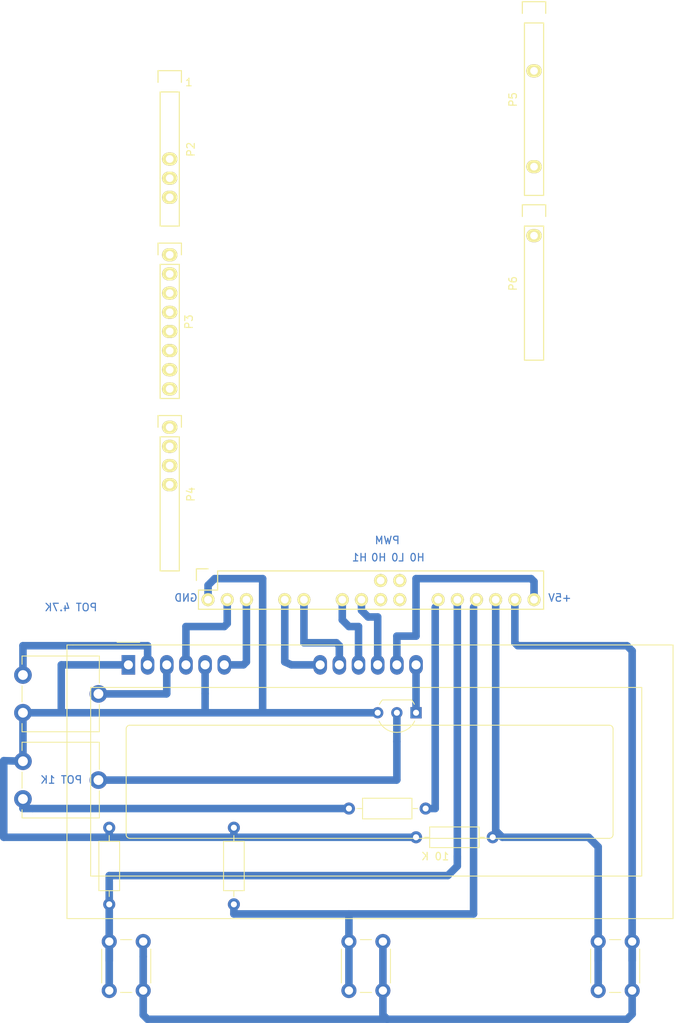
<source format=kicad_pcb>
(kicad_pcb (version 20171130) (host pcbnew 5.0.2-bee76a0~70~ubuntu18.10.1)

  (general
    (thickness 1.6)
    (drawings 10)
    (tracks 99)
    (zones 0)
    (modules 17)
    (nets 1)
  )

  (page A4 portrait)
  (layers
    (0 F.Cu signal)
    (31 B.Cu signal)
    (32 B.Adhes user)
    (33 F.Adhes user)
    (34 B.Paste user)
    (35 F.Paste user)
    (36 B.SilkS user)
    (37 F.SilkS user)
    (38 B.Mask user)
    (39 F.Mask user)
    (40 Dwgs.User user)
    (41 Cmts.User user)
    (42 Eco1.User user)
    (43 Eco2.User user)
    (44 Edge.Cuts user)
    (45 Margin user)
    (46 B.CrtYd user)
    (47 F.CrtYd user)
    (48 B.Fab user)
    (49 F.Fab user hide)
  )

  (setup
    (last_trace_width 1)
    (trace_clearance 0.2)
    (zone_clearance 0.508)
    (zone_45_only no)
    (trace_min 0.2)
    (segment_width 0.2)
    (edge_width 0.15)
    (via_size 0.8)
    (via_drill 0.4)
    (via_min_size 0.4)
    (via_min_drill 0.3)
    (uvia_size 0.3)
    (uvia_drill 0.1)
    (uvias_allowed no)
    (uvia_min_size 0.2)
    (uvia_min_drill 0.1)
    (pcb_text_width 0.3)
    (pcb_text_size 1.5 1.5)
    (mod_edge_width 0.15)
    (mod_text_size 1 1)
    (mod_text_width 0.15)
    (pad_size 1.524 1.524)
    (pad_drill 0.762)
    (pad_to_mask_clearance 0.051)
    (solder_mask_min_width 0.25)
    (aux_axis_origin 0 0)
    (visible_elements FFFFFF7F)
    (pcbplotparams
      (layerselection 0x010fc_ffffffff)
      (usegerberextensions false)
      (usegerberattributes false)
      (usegerberadvancedattributes false)
      (creategerberjobfile false)
      (excludeedgelayer true)
      (linewidth 0.100000)
      (plotframeref false)
      (viasonmask false)
      (mode 1)
      (useauxorigin false)
      (hpglpennumber 1)
      (hpglpenspeed 20)
      (hpglpendiameter 15.000000)
      (psnegative false)
      (psa4output false)
      (plotreference true)
      (plotvalue true)
      (plotinvisibletext false)
      (padsonsilk false)
      (subtractmaskfromsilk false)
      (outputformat 1)
      (mirror false)
      (drillshape 0)
      (scaleselection 1)
      (outputdirectory "./"))
  )

  (net 0 "")

  (net_class Default "This is the default net class."
    (clearance 0.2)
    (trace_width 1)
    (via_dia 0.8)
    (via_drill 0.4)
    (uvia_dia 0.3)
    (uvia_drill 0.1)
  )

  (module Resistor_THT:R_Axial_DIN0207_L6.3mm_D2.5mm_P10.16mm_Horizontal (layer F.Cu) (tedit 5AE5139B) (tstamp 5C4F3D87)
    (at 100.33 177.8)
    (descr "Resistor, Axial_DIN0207 series, Axial, Horizontal, pin pitch=10.16mm, 0.25W = 1/4W, length*diameter=6.3*2.5mm^2, http://cdn-reichelt.de/documents/datenblatt/B400/1_4W%23YAG.pdf")
    (tags "Resistor Axial_DIN0207 series Axial Horizontal pin pitch 10.16mm 0.25W = 1/4W length 6.3mm diameter 2.5mm")
    (fp_text reference "10 K" (at 2.54 2.54 -180) (layer F.SilkS)
      (effects (font (size 1 1) (thickness 0.15)) (justify mirror))
    )
    (fp_text value R_Axial_DIN0207_L6.3mm_D2.5mm_P10.16mm_Horizontal (at 5.08 2.37) (layer F.Fab)
      (effects (font (size 1 1) (thickness 0.15)))
    )
    (fp_text user %R (at 5.08 0) (layer F.Fab)
      (effects (font (size 1 1) (thickness 0.15)))
    )
    (fp_line (start 11.21 -1.5) (end -1.05 -1.5) (layer F.CrtYd) (width 0.05))
    (fp_line (start 11.21 1.5) (end 11.21 -1.5) (layer F.CrtYd) (width 0.05))
    (fp_line (start -1.05 1.5) (end 11.21 1.5) (layer F.CrtYd) (width 0.05))
    (fp_line (start -1.05 -1.5) (end -1.05 1.5) (layer F.CrtYd) (width 0.05))
    (fp_line (start 9.12 0) (end 8.35 0) (layer F.SilkS) (width 0.12))
    (fp_line (start 1.04 0) (end 1.81 0) (layer F.SilkS) (width 0.12))
    (fp_line (start 8.35 -1.37) (end 1.81 -1.37) (layer F.SilkS) (width 0.12))
    (fp_line (start 8.35 1.37) (end 8.35 -1.37) (layer F.SilkS) (width 0.12))
    (fp_line (start 1.81 1.37) (end 8.35 1.37) (layer F.SilkS) (width 0.12))
    (fp_line (start 1.81 -1.37) (end 1.81 1.37) (layer F.SilkS) (width 0.12))
    (fp_line (start 10.16 0) (end 8.23 0) (layer F.Fab) (width 0.1))
    (fp_line (start 0 0) (end 1.93 0) (layer F.Fab) (width 0.1))
    (fp_line (start 8.23 -1.25) (end 1.93 -1.25) (layer F.Fab) (width 0.1))
    (fp_line (start 8.23 1.25) (end 8.23 -1.25) (layer F.Fab) (width 0.1))
    (fp_line (start 1.93 1.25) (end 8.23 1.25) (layer F.Fab) (width 0.1))
    (fp_line (start 1.93 -1.25) (end 1.93 1.25) (layer F.Fab) (width 0.1))
    (pad 2 thru_hole oval (at 10.16 0) (size 1.6 1.6) (drill 0.8) (layers *.Cu *.Mask))
    (pad 1 thru_hole circle (at 0 0) (size 1.6 1.6) (drill 0.8) (layers *.Cu *.Mask))
    (model ${KISYS3DMOD}/Resistor_THT.3dshapes/R_Axial_DIN0207_L6.3mm_D2.5mm_P10.16mm_Horizontal.wrl
      (at (xyz 0 0 0))
      (scale (xyz 1 1 1))
      (rotate (xyz 0 0 0))
    )
  )

  (module Socket_Arduino_Mega:Socket_Strip_Arduino_2x18 locked (layer F.Cu) (tedit 5C4FA9FD) (tstamp 5C3212E1)
    (at 72.780917 143.758441)
    (descr "Through hole socket strip")
    (tags "socket strip")
    (path /56D743B5)
    (fp_text reference "ARDUINO DIGITAL I/O" (at 9.769083 -2.788441) (layer B.Adhes)
      (effects (font (size 1 1) (thickness 0.15)) (justify mirror))
    )
    (fp_text value Digital (at 21.59 -4.572) (layer F.Fab)
      (effects (font (size 1 1) (thickness 0.15)))
    )
    (fp_line (start -1.55 -1.55) (end -1.55 0) (layer F.SilkS) (width 0.15))
    (fp_line (start 1.27 1.27) (end 1.27 -1.27) (layer F.SilkS) (width 0.15))
    (fp_line (start -1.27 1.27) (end 1.27 1.27) (layer F.SilkS) (width 0.15))
    (fp_line (start 0 -1.55) (end -1.55 -1.55) (layer F.SilkS) (width 0.15))
    (fp_line (start -1.27 3.81) (end -1.27 1.27) (layer F.SilkS) (width 0.15))
    (fp_line (start 44.45 3.81) (end 44.45 -1.27) (layer F.SilkS) (width 0.15))
    (fp_line (start 44.45 -1.27) (end 1.27 -1.27) (layer F.SilkS) (width 0.15))
    (fp_line (start -1.27 3.81) (end 44.45 3.81) (layer F.SilkS) (width 0.15))
    (fp_line (start -1.75 4.3) (end 44.95 4.3) (layer F.CrtYd) (width 0.05))
    (fp_line (start -1.75 -1.75) (end 44.95 -1.75) (layer F.CrtYd) (width 0.05))
    (fp_line (start 44.95 -1.75) (end 44.95 4.3) (layer F.CrtYd) (width 0.05))
    (fp_line (start -1.75 -1.75) (end -1.75 4.3) (layer F.CrtYd) (width 0.05))
    (pad 29 thru_hole oval (at 33.02 2.54) (size 1.7272 1.7272) (drill 1.016) (layers *.Cu *.Mask F.SilkS))
    (pad 31 thru_hole oval (at 30.48 2.54) (size 1.7272 1.7272) (drill 1.016) (layers *.Cu *.Mask F.SilkS))
    (pad GND thru_hole oval (at 0 2.54) (size 1.7272 1.7272) (drill 1.016) (layers *.Cu *.Mask F.SilkS))
    (pad 27 thru_hole oval (at 35.56 2.54) (size 1.7272 1.7272) (drill 1.016) (layers *.Cu *.Mask F.SilkS))
    (pad 25 thru_hole oval (at 38.1 2.54) (size 1.7272 1.7272) (drill 1.016) (layers *.Cu *.Mask F.SilkS))
    (pad +5 thru_hole oval (at 43.18 2.54) (size 1.7272 1.7272) (drill 1.016) (layers *.Cu *.Mask F.SilkS))
    (pad 23 thru_hole oval (at 40.64 2.54) (size 1.7272 1.7272) (drill 1.016) (layers *.Cu *.Mask F.SilkS))
    (pad 34 thru_hole oval (at 25.4 0) (size 1.7272 1.7272) (drill 1.016) (layers *.Cu *.Mask F.SilkS))
    (pad 36 thru_hole oval (at 22.86 0) (size 1.7272 1.7272) (drill 1.016) (layers *.Cu *.Mask F.SilkS))
    (pad 37 thru_hole oval (at 22.86 2.54) (size 1.7272 1.7272) (drill 1.016) (layers *.Cu *.Mask F.SilkS))
    (pad 35 thru_hole oval (at 25.4 2.54) (size 1.7272 1.7272) (drill 1.016) (layers *.Cu *.Mask F.SilkS))
    (pad 41 thru_hole oval (at 17.78 2.54) (size 1.7272 1.7272) (drill 1.016) (layers *.Cu *.Mask F.SilkS))
    (pad 45 thru_hole oval (at 12.7 2.54) (size 1.7272 1.7272) (drill 1.016) (layers *.Cu *.Mask F.SilkS))
    (pad 47 thru_hole oval (at 10.16 2.54) (size 1.7272 1.7272) (drill 1.016) (layers *.Cu *.Mask F.SilkS))
    (pad 51 thru_hole oval (at 5.08 2.54) (size 1.7272 1.7272) (drill 1.016) (layers *.Cu *.Mask F.SilkS))
    (pad 53 thru_hole oval (at 2.54 2.54) (size 1.7272 1.7272) (drill 1.016) (layers *.Cu *.Mask F.SilkS))
    (pad 39 thru_hole oval (at 20.32 2.54) (size 1.7272 1.7272) (drill 1.016) (layers *.Cu *.Mask F.SilkS))
  )

  (module Display:WC1602A (layer F.Cu) (tedit 5C4FA68F) (tstamp 5C3186EE)
    (at 62.23 154.94)
    (descr "LCD 16x2 http://www.wincomlcd.com/pdf/WC1602A-SFYLYHTC06.pdf")
    (tags "LCD 16x2 Alphanumeric 16pin")
    (fp_text reference LCD (at 8.753083 -4.820441) (layer B.Adhes)
      (effects (font (size 1 1) (thickness 0.15)) (justify mirror))
    )
    (fp_text value WC1602A (at -4.31 34.66) (layer F.Fab)
      (effects (font (size 1 1) (thickness 0.15)))
    )
    (fp_line (start -8 33.5) (end -8 -2.5) (layer F.Fab) (width 0.1))
    (fp_line (start 72 33.5) (end -8 33.5) (layer F.Fab) (width 0.1))
    (fp_line (start 72 -2.5) (end 72 33.5) (layer F.Fab) (width 0.1))
    (fp_line (start 1 -2.5) (end 72 -2.5) (layer F.Fab) (width 0.1))
    (fp_line (start -5 28) (end -5 3) (layer F.SilkS) (width 0.12))
    (fp_line (start 68 28) (end -5 28) (layer F.SilkS) (width 0.12))
    (fp_line (start 68 3) (end 68 28) (layer F.SilkS) (width 0.12))
    (fp_line (start -5 3) (end 68 3) (layer F.SilkS) (width 0.12))
    (fp_arc (start 0.20066 8.49884) (end -0.29972 8.49884) (angle 90) (layer F.SilkS) (width 0.12))
    (fp_arc (start 0.20066 22.49932) (end 0.20066 22.9997) (angle 90) (layer F.SilkS) (width 0.12))
    (fp_arc (start 63.70066 22.49932) (end 64.20104 22.49932) (angle 90) (layer F.SilkS) (width 0.12))
    (fp_arc (start 63.7 8.5) (end 63.7 8) (angle 90) (layer F.SilkS) (width 0.12))
    (fp_line (start 64.2 8.5) (end 64.2 22.5) (layer F.SilkS) (width 0.12))
    (fp_line (start 63.70066 23) (end 0.2 23) (layer F.SilkS) (width 0.12))
    (fp_line (start -0.29972 22.49932) (end -0.29972 8.5) (layer F.SilkS) (width 0.12))
    (fp_line (start 0.2 8) (end 63.7 8) (layer F.SilkS) (width 0.12))
    (fp_text user %R (at 30.37 14.74) (layer F.Fab)
      (effects (font (size 1 1) (thickness 0.1)))
    )
    (fp_line (start -1 -2.5) (end -8 -2.5) (layer F.Fab) (width 0.1))
    (fp_line (start 0 -1.5) (end -1 -2.5) (layer F.Fab) (width 0.1))
    (fp_line (start 1 -2.5) (end 0 -1.5) (layer F.Fab) (width 0.1))
    (fp_line (start -8.25 -2.75) (end 72.25 -2.75) (layer F.CrtYd) (width 0.05))
    (fp_line (start -1.5 -3) (end 1.5 -3) (layer F.SilkS) (width 0.12))
    (fp_line (start 72.25 -2.75) (end 72.25 33.75) (layer F.CrtYd) (width 0.05))
    (fp_line (start -8.25 33.75) (end 72.25 33.75) (layer F.CrtYd) (width 0.05))
    (fp_line (start -8.25 -2.75) (end -8.25 33.75) (layer F.CrtYd) (width 0.05))
    (fp_line (start -8.13 -2.64) (end -7.34 -2.64) (layer F.SilkS) (width 0.12))
    (fp_line (start -8.14 -2.64) (end -8.14 33.64) (layer F.SilkS) (width 0.12))
    (fp_line (start 72.14 -2.64) (end -7.34 -2.64) (layer F.SilkS) (width 0.12))
    (fp_line (start 72.14 33.64) (end 72.14 -2.64) (layer F.SilkS) (width 0.12))
    (fp_line (start -8.14 33.64) (end 72.14 33.64) (layer F.SilkS) (width 0.12))
    (pad 16 thru_hole oval (at 38.1 0) (size 1.8 2.6) (drill 1.2) (layers *.Cu *.Mask))
    (pad 15 thru_hole oval (at 35.56 0) (size 1.8 2.6) (drill 1.2) (layers *.Cu *.Mask))
    (pad 14 thru_hole oval (at 33.02 0) (size 1.8 2.6) (drill 1.2) (layers *.Cu *.Mask))
    (pad 13 thru_hole oval (at 30.48 0) (size 1.8 2.6) (drill 1.2) (layers *.Cu *.Mask))
    (pad 12 thru_hole oval (at 27.94 0) (size 1.8 2.6) (drill 1.2) (layers *.Cu *.Mask))
    (pad 11 thru_hole oval (at 25.4 0) (size 1.8 2.6) (drill 1.2) (layers *.Cu *.Mask))
    (pad 6 thru_hole oval (at 12.7 0) (size 1.8 2.6) (drill 1.2) (layers *.Cu *.Mask))
    (pad 5 thru_hole oval (at 10.16 0) (size 1.8 2.6) (drill 1.2) (layers *.Cu *.Mask))
    (pad 4 thru_hole oval (at 7.62 0) (size 1.8 2.6) (drill 1.2) (layers *.Cu *.Mask))
    (pad 3 thru_hole oval (at 5.08 0) (size 1.8 2.6) (drill 1.2) (layers *.Cu *.Mask))
    (pad 2 thru_hole oval (at 2.54 0) (size 1.8 2.6) (drill 1.2) (layers *.Cu *.Mask))
    (pad 1 thru_hole rect (at 0 0) (size 1.8 2.6) (drill 1.2) (layers *.Cu *.Mask))
    (model ${KISYS3DMOD}/Display.3dshapes/WC1602A.wrl
      (at (xyz 0 0 0))
      (scale (xyz 1 1 1))
      (rotate (xyz 0 0 0))
    )
  )

  (module Socket_Arduino_Mega:Socket_Strip_Arduino_1x08 locked (layer F.Cu) (tedit 5C322F4C) (tstamp 5C321340)
    (at 67.700917 77.718441 270)
    (descr "Through hole socket strip")
    (tags "socket strip")
    (path /56D71773)
    (fp_text reference P2 (at 8.89 -2.794 270) (layer F.SilkS)
      (effects (font (size 1 1) (thickness 0.15)))
    )
    (fp_text value Power (at 8.89 -4.318 270) (layer F.Fab)
      (effects (font (size 1 1) (thickness 0.15)))
    )
    (fp_line (start -1.55 -1.55) (end -1.55 1.55) (layer F.SilkS) (width 0.15))
    (fp_line (start 0 -1.55) (end -1.55 -1.55) (layer F.SilkS) (width 0.15))
    (fp_line (start 1.27 1.27) (end 1.27 -1.27) (layer F.SilkS) (width 0.15))
    (fp_line (start -1.55 1.55) (end 0 1.55) (layer F.SilkS) (width 0.15))
    (fp_line (start 19.05 -1.27) (end 1.27 -1.27) (layer F.SilkS) (width 0.15))
    (fp_line (start 19.05 1.27) (end 19.05 -1.27) (layer F.SilkS) (width 0.15))
    (fp_line (start 1.27 1.27) (end 19.05 1.27) (layer F.SilkS) (width 0.15))
    (fp_line (start -1.75 1.75) (end 19.55 1.75) (layer F.CrtYd) (width 0.05))
    (fp_line (start -1.75 -1.75) (end 19.55 -1.75) (layer F.CrtYd) (width 0.05))
    (fp_line (start 19.55 -1.75) (end 19.55 1.75) (layer F.CrtYd) (width 0.05))
    (fp_line (start -1.75 -1.75) (end -1.75 1.75) (layer F.CrtYd) (width 0.05))
    (pad 7 thru_hole oval (at 15.24 0 270) (size 1.7272 2.032) (drill 1.016) (layers *.Cu *.Mask F.SilkS))
    (pad 6 thru_hole oval (at 12.7 0 270) (size 1.7272 2.032) (drill 1.016) (layers *.Cu *.Mask F.SilkS))
    (pad 5 thru_hole oval (at 10.16 0 270) (size 1.7272 2.032) (drill 1.016) (layers *.Cu *.Mask F.SilkS))
  )

  (module Resistor_THT:R_Axial_DIN0207_L6.3mm_D2.5mm_P10.16mm_Horizontal (layer F.Cu) (tedit 5C3CA538) (tstamp 5C3248A5)
    (at 101.6 173.99 180)
    (descr "Resistor, Axial_DIN0207 series, Axial, Horizontal, pin pitch=10.16mm, 0.25W = 1/4W, length*diameter=6.3*2.5mm^2, http://cdn-reichelt.de/documents/datenblatt/B400/1_4W%23YAG.pdf")
    (tags "Resistor Axial_DIN0207 series Axial Horizontal pin pitch 10.16mm 0.25W = 1/4W length 6.3mm diameter 2.5mm")
    (fp_text reference "1.5 K" (at 5.08 0) (layer B.Adhes)
      (effects (font (size 1 1) (thickness 0.15)) (justify mirror))
    )
    (fp_text value R_Axial_DIN0207_L6.3mm_D2.5mm_P10.16mm_Horizontal (at 5.08 2.37 180) (layer F.Fab)
      (effects (font (size 1 1) (thickness 0.15)))
    )
    (fp_text user %R (at 5.08 0 180) (layer F.Fab)
      (effects (font (size 1 1) (thickness 0.15)))
    )
    (fp_line (start 11.21 -1.5) (end -1.05 -1.5) (layer F.CrtYd) (width 0.05))
    (fp_line (start 11.21 1.5) (end 11.21 -1.5) (layer F.CrtYd) (width 0.05))
    (fp_line (start -1.05 1.5) (end 11.21 1.5) (layer F.CrtYd) (width 0.05))
    (fp_line (start -1.05 -1.5) (end -1.05 1.5) (layer F.CrtYd) (width 0.05))
    (fp_line (start 9.12 0) (end 8.35 0) (layer F.SilkS) (width 0.12))
    (fp_line (start 1.04 0) (end 1.81 0) (layer F.SilkS) (width 0.12))
    (fp_line (start 8.35 -1.37) (end 1.81 -1.37) (layer F.SilkS) (width 0.12))
    (fp_line (start 8.35 1.37) (end 8.35 -1.37) (layer F.SilkS) (width 0.12))
    (fp_line (start 1.81 1.37) (end 8.35 1.37) (layer F.SilkS) (width 0.12))
    (fp_line (start 1.81 -1.37) (end 1.81 1.37) (layer F.SilkS) (width 0.12))
    (fp_line (start 10.16 0) (end 8.23 0) (layer F.Fab) (width 0.1))
    (fp_line (start 0 0) (end 1.93 0) (layer F.Fab) (width 0.1))
    (fp_line (start 8.23 -1.25) (end 1.93 -1.25) (layer F.Fab) (width 0.1))
    (fp_line (start 8.23 1.25) (end 8.23 -1.25) (layer F.Fab) (width 0.1))
    (fp_line (start 1.93 1.25) (end 8.23 1.25) (layer F.Fab) (width 0.1))
    (fp_line (start 1.93 -1.25) (end 1.93 1.25) (layer F.Fab) (width 0.1))
    (pad 2 thru_hole oval (at 10.16 0 180) (size 1.6 1.6) (drill 0.8) (layers *.Cu *.Mask))
    (pad 1 thru_hole circle (at 0 0 180) (size 1.6 1.6) (drill 0.8) (layers *.Cu *.Mask))
    (model ${KISYS3DMOD}/Resistor_THT.3dshapes/R_Axial_DIN0207_L6.3mm_D2.5mm_P10.16mm_Horizontal.wrl
      (at (xyz 0 0 0))
      (scale (xyz 1 1 1))
      (rotate (xyz 0 0 0))
    )
  )

  (module Resistor_THT:R_Axial_DIN0207_L6.3mm_D2.5mm_P10.16mm_Horizontal (layer F.Cu) (tedit 5C3CA551) (tstamp 5C32391D)
    (at 76.2 186.69 90)
    (descr "Resistor, Axial_DIN0207 series, Axial, Horizontal, pin pitch=10.16mm, 0.25W = 1/4W, length*diameter=6.3*2.5mm^2, http://cdn-reichelt.de/documents/datenblatt/B400/1_4W%23YAG.pdf")
    (tags "Resistor Axial_DIN0207 series Axial Horizontal pin pitch 10.16mm 0.25W = 1/4W length 6.3mm diameter 2.5mm")
    (fp_text reference "10 K" (at 5.08 0) (layer B.Adhes)
      (effects (font (size 1 1) (thickness 0.15)) (justify mirror))
    )
    (fp_text value R_Axial_DIN0207_L6.3mm_D2.5mm_P10.16mm_Horizontal (at 5.08 2.37 90) (layer F.Fab)
      (effects (font (size 1 1) (thickness 0.15)))
    )
    (fp_text user %R (at 5.08 0 90) (layer F.Fab)
      (effects (font (size 1 1) (thickness 0.15)))
    )
    (fp_line (start 11.21 -1.5) (end -1.05 -1.5) (layer F.CrtYd) (width 0.05))
    (fp_line (start 11.21 1.5) (end 11.21 -1.5) (layer F.CrtYd) (width 0.05))
    (fp_line (start -1.05 1.5) (end 11.21 1.5) (layer F.CrtYd) (width 0.05))
    (fp_line (start -1.05 -1.5) (end -1.05 1.5) (layer F.CrtYd) (width 0.05))
    (fp_line (start 9.12 0) (end 8.35 0) (layer F.SilkS) (width 0.12))
    (fp_line (start 1.04 0) (end 1.81 0) (layer F.SilkS) (width 0.12))
    (fp_line (start 8.35 -1.37) (end 1.81 -1.37) (layer F.SilkS) (width 0.12))
    (fp_line (start 8.35 1.37) (end 8.35 -1.37) (layer F.SilkS) (width 0.12))
    (fp_line (start 1.81 1.37) (end 8.35 1.37) (layer F.SilkS) (width 0.12))
    (fp_line (start 1.81 -1.37) (end 1.81 1.37) (layer F.SilkS) (width 0.12))
    (fp_line (start 10.16 0) (end 8.23 0) (layer F.Fab) (width 0.1))
    (fp_line (start 0 0) (end 1.93 0) (layer F.Fab) (width 0.1))
    (fp_line (start 8.23 -1.25) (end 1.93 -1.25) (layer F.Fab) (width 0.1))
    (fp_line (start 8.23 1.25) (end 8.23 -1.25) (layer F.Fab) (width 0.1))
    (fp_line (start 1.93 1.25) (end 8.23 1.25) (layer F.Fab) (width 0.1))
    (fp_line (start 1.93 -1.25) (end 1.93 1.25) (layer F.Fab) (width 0.1))
    (pad 2 thru_hole oval (at 10.16 0 90) (size 1.6 1.6) (drill 0.8) (layers *.Cu *.Mask))
    (pad 1 thru_hole circle (at 0 0 90) (size 1.6 1.6) (drill 0.8) (layers *.Cu *.Mask))
    (model ${KISYS3DMOD}/Resistor_THT.3dshapes/R_Axial_DIN0207_L6.3mm_D2.5mm_P10.16mm_Horizontal.wrl
      (at (xyz 0 0 0))
      (scale (xyz 1 1 1))
      (rotate (xyz 0 0 0))
    )
  )

  (module Resistor_THT:R_Axial_DIN0207_L6.3mm_D2.5mm_P10.16mm_Horizontal (layer F.Cu) (tedit 5C3CA5F9) (tstamp 5C32391D)
    (at 59.69 186.69 90)
    (descr "Resistor, Axial_DIN0207 series, Axial, Horizontal, pin pitch=10.16mm, 0.25W = 1/4W, length*diameter=6.3*2.5mm^2, http://cdn-reichelt.de/documents/datenblatt/B400/1_4W%23YAG.pdf")
    (tags "Resistor Axial_DIN0207 series Axial Horizontal pin pitch 10.16mm 0.25W = 1/4W length 6.3mm diameter 2.5mm")
    (fp_text reference "10 K" (at 5.08 0 -180) (layer B.Adhes)
      (effects (font (size 1 1) (thickness 0.15)) (justify mirror))
    )
    (fp_text value R_Axial_DIN0207_L6.3mm_D2.5mm_P10.16mm_Horizontal (at 5.08 2.37 90) (layer F.Fab) hide
      (effects (font (size 1 1) (thickness 0.15)))
    )
    (fp_line (start 1.93 -1.25) (end 1.93 1.25) (layer F.Fab) (width 0.1))
    (fp_line (start 1.93 1.25) (end 8.23 1.25) (layer F.Fab) (width 0.1))
    (fp_line (start 8.23 1.25) (end 8.23 -1.25) (layer F.Fab) (width 0.1))
    (fp_line (start 8.23 -1.25) (end 1.93 -1.25) (layer F.Fab) (width 0.1))
    (fp_line (start 0 0) (end 1.93 0) (layer F.Fab) (width 0.1))
    (fp_line (start 10.16 0) (end 8.23 0) (layer F.Fab) (width 0.1))
    (fp_line (start 1.81 -1.37) (end 1.81 1.37) (layer F.SilkS) (width 0.12))
    (fp_line (start 1.81 1.37) (end 8.35 1.37) (layer F.SilkS) (width 0.12))
    (fp_line (start 8.35 1.37) (end 8.35 -1.37) (layer F.SilkS) (width 0.12))
    (fp_line (start 8.35 -1.37) (end 1.81 -1.37) (layer F.SilkS) (width 0.12))
    (fp_line (start 1.04 0) (end 1.81 0) (layer F.SilkS) (width 0.12))
    (fp_line (start 9.12 0) (end 8.35 0) (layer F.SilkS) (width 0.12))
    (fp_line (start -1.05 -1.5) (end -1.05 1.5) (layer F.CrtYd) (width 0.05))
    (fp_line (start -1.05 1.5) (end 11.21 1.5) (layer F.CrtYd) (width 0.05))
    (fp_line (start 11.21 1.5) (end 11.21 -1.5) (layer F.CrtYd) (width 0.05))
    (fp_line (start 11.21 -1.5) (end -1.05 -1.5) (layer F.CrtYd) (width 0.05))
    (fp_text user %R (at 5.08 0 90) (layer F.Fab)
      (effects (font (size 1 1) (thickness 0.15)))
    )
    (pad 1 thru_hole circle (at 0 0 90) (size 1.6 1.6) (drill 0.8) (layers *.Cu *.Mask))
    (pad 2 thru_hole oval (at 10.16 0 90) (size 1.6 1.6) (drill 0.8) (layers *.Cu *.Mask))
    (model ${KISYS3DMOD}/Resistor_THT.3dshapes/R_Axial_DIN0207_L6.3mm_D2.5mm_P10.16mm_Horizontal.wrl
      (at (xyz 0 0 0))
      (scale (xyz 1 1 1))
      (rotate (xyz 0 0 0))
    )
  )

  (module Socket_Arduino_Mega:Socket_Strip_Arduino_1x08 locked (layer F.Cu) (tedit 5C31FEFF) (tstamp 5C3212AA)
    (at 115.960917 95.498441 270)
    (descr "Through hole socket strip")
    (tags "socket strip")
    (path /56D734D0)
    (fp_text reference P6 (at 8.89 2.794 270) (layer F.SilkS)
      (effects (font (size 1 1) (thickness 0.15)))
    )
    (fp_text value PWM (at 8.89 4.318 270) (layer F.Fab)
      (effects (font (size 1 1) (thickness 0.15)))
    )
    (fp_line (start -1.55 -1.55) (end -1.55 1.55) (layer F.SilkS) (width 0.15))
    (fp_line (start 0 -1.55) (end -1.55 -1.55) (layer F.SilkS) (width 0.15))
    (fp_line (start 1.27 1.27) (end 1.27 -1.27) (layer F.SilkS) (width 0.15))
    (fp_line (start -1.55 1.55) (end 0 1.55) (layer F.SilkS) (width 0.15))
    (fp_line (start 19.05 -1.27) (end 1.27 -1.27) (layer F.SilkS) (width 0.15))
    (fp_line (start 19.05 1.27) (end 19.05 -1.27) (layer F.SilkS) (width 0.15))
    (fp_line (start 1.27 1.27) (end 19.05 1.27) (layer F.SilkS) (width 0.15))
    (fp_line (start -1.75 1.75) (end 19.55 1.75) (layer F.CrtYd) (width 0.05))
    (fp_line (start -1.75 -1.75) (end 19.55 -1.75) (layer F.CrtYd) (width 0.05))
    (fp_line (start 19.55 -1.75) (end 19.55 1.75) (layer F.CrtYd) (width 0.05))
    (fp_line (start -1.75 -1.75) (end -1.75 1.75) (layer F.CrtYd) (width 0.05))
    (pad 2 thru_hole oval (at 2.54 0 270) (size 1.7272 2.032) (drill 1.016) (layers *.Cu *.Mask F.SilkS))
  )

  (module Socket_Arduino_Mega:Socket_Strip_Arduino_1x10 locked (layer F.Cu) (tedit 5C31FEC3) (tstamp 5C321291)
    (at 115.960917 68.574441 270)
    (descr "Through hole socket strip")
    (tags "socket strip")
    (path /56D72368)
    (fp_text reference P5 (at 11.43 2.794 270) (layer F.SilkS)
      (effects (font (size 1 1) (thickness 0.15)))
    )
    (fp_text value PWM (at 11.43 4.318 270) (layer F.Fab)
      (effects (font (size 1 1) (thickness 0.15)))
    )
    (fp_line (start -1.55 -1.55) (end -1.55 1.55) (layer F.SilkS) (width 0.15))
    (fp_line (start 0 -1.55) (end -1.55 -1.55) (layer F.SilkS) (width 0.15))
    (fp_line (start 1.27 1.27) (end 1.27 -1.27) (layer F.SilkS) (width 0.15))
    (fp_line (start -1.55 1.55) (end 0 1.55) (layer F.SilkS) (width 0.15))
    (fp_line (start 24.13 -1.27) (end 1.27 -1.27) (layer F.SilkS) (width 0.15))
    (fp_line (start 24.13 1.27) (end 24.13 -1.27) (layer F.SilkS) (width 0.15))
    (fp_line (start 1.27 1.27) (end 24.13 1.27) (layer F.SilkS) (width 0.15))
    (fp_line (start -1.75 1.75) (end 24.65 1.75) (layer F.CrtYd) (width 0.05))
    (fp_line (start -1.75 -1.75) (end 24.65 -1.75) (layer F.CrtYd) (width 0.05))
    (fp_line (start 24.65 -1.75) (end 24.65 1.75) (layer F.CrtYd) (width 0.05))
    (fp_line (start -1.75 -1.75) (end -1.75 1.75) (layer F.CrtYd) (width 0.05))
    (pad 9 thru_hole oval (at 20.32 0 270) (size 1.7272 2.032) (drill 1.016) (layers *.Cu *.Mask F.SilkS))
    (pad 4 thru_hole oval (at 7.62 0 270) (size 1.7272 2.032) (drill 1.016) (layers *.Cu *.Mask F.SilkS))
  )

  (module Socket_Arduino_Mega:Socket_Strip_Arduino_1x08 locked (layer F.Cu) (tedit 5C31FE45) (tstamp 5C321314)
    (at 67.700917 123.438441 270)
    (descr "Through hole socket strip")
    (tags "socket strip")
    (path /56D73A0E)
    (fp_text reference P4 (at 8.89 -2.794 270) (layer F.SilkS)
      (effects (font (size 1 1) (thickness 0.15)))
    )
    (fp_text value Analog (at 8.89 -4.318 270) (layer F.Fab)
      (effects (font (size 1 1) (thickness 0.15)))
    )
    (fp_line (start -1.55 -1.55) (end -1.55 1.55) (layer F.SilkS) (width 0.15))
    (fp_line (start 0 -1.55) (end -1.55 -1.55) (layer F.SilkS) (width 0.15))
    (fp_line (start 1.27 1.27) (end 1.27 -1.27) (layer F.SilkS) (width 0.15))
    (fp_line (start -1.55 1.55) (end 0 1.55) (layer F.SilkS) (width 0.15))
    (fp_line (start 19.05 -1.27) (end 1.27 -1.27) (layer F.SilkS) (width 0.15))
    (fp_line (start 19.05 1.27) (end 19.05 -1.27) (layer F.SilkS) (width 0.15))
    (fp_line (start 1.27 1.27) (end 19.05 1.27) (layer F.SilkS) (width 0.15))
    (fp_line (start -1.75 1.75) (end 19.55 1.75) (layer F.CrtYd) (width 0.05))
    (fp_line (start -1.75 -1.75) (end 19.55 -1.75) (layer F.CrtYd) (width 0.05))
    (fp_line (start 19.55 -1.75) (end 19.55 1.75) (layer F.CrtYd) (width 0.05))
    (fp_line (start -1.75 -1.75) (end -1.75 1.75) (layer F.CrtYd) (width 0.05))
    (pad 4 thru_hole oval (at 7.62 0 270) (size 1.7272 2.032) (drill 1.016) (layers *.Cu *.Mask F.SilkS))
    (pad 3 thru_hole oval (at 5.08 0 270) (size 1.7272 2.032) (drill 1.016) (layers *.Cu *.Mask F.SilkS))
    (pad 2 thru_hole oval (at 2.54 0 270) (size 1.7272 2.032) (drill 1.016) (layers *.Cu *.Mask F.SilkS))
    (pad 1 thru_hole oval (at 0 0 270) (size 1.7272 2.032) (drill 1.016) (layers *.Cu *.Mask F.SilkS))
  )

  (module Socket_Arduino_Mega:Socket_Strip_Arduino_1x08 locked (layer F.Cu) (tedit 5521677D) (tstamp 5C32132A)
    (at 67.700917 100.578441 270)
    (descr "Through hole socket strip")
    (tags "socket strip")
    (path /56D72F1C)
    (fp_text reference P3 (at 8.89 -2.54 270) (layer F.SilkS)
      (effects (font (size 1 1) (thickness 0.15)))
    )
    (fp_text value Analog (at 8.89 -4.318 270) (layer F.Fab)
      (effects (font (size 1 1) (thickness 0.15)))
    )
    (fp_line (start -1.55 -1.55) (end -1.55 1.55) (layer F.SilkS) (width 0.15))
    (fp_line (start 0 -1.55) (end -1.55 -1.55) (layer F.SilkS) (width 0.15))
    (fp_line (start 1.27 1.27) (end 1.27 -1.27) (layer F.SilkS) (width 0.15))
    (fp_line (start -1.55 1.55) (end 0 1.55) (layer F.SilkS) (width 0.15))
    (fp_line (start 19.05 -1.27) (end 1.27 -1.27) (layer F.SilkS) (width 0.15))
    (fp_line (start 19.05 1.27) (end 19.05 -1.27) (layer F.SilkS) (width 0.15))
    (fp_line (start 1.27 1.27) (end 19.05 1.27) (layer F.SilkS) (width 0.15))
    (fp_line (start -1.75 1.75) (end 19.55 1.75) (layer F.CrtYd) (width 0.05))
    (fp_line (start -1.75 -1.75) (end 19.55 -1.75) (layer F.CrtYd) (width 0.05))
    (fp_line (start 19.55 -1.75) (end 19.55 1.75) (layer F.CrtYd) (width 0.05))
    (fp_line (start -1.75 -1.75) (end -1.75 1.75) (layer F.CrtYd) (width 0.05))
    (pad 8 thru_hole oval (at 17.78 0 270) (size 1.7272 2.032) (drill 1.016) (layers *.Cu *.Mask F.SilkS))
    (pad 7 thru_hole oval (at 15.24 0 270) (size 1.7272 2.032) (drill 1.016) (layers *.Cu *.Mask F.SilkS))
    (pad 6 thru_hole oval (at 12.7 0 270) (size 1.7272 2.032) (drill 1.016) (layers *.Cu *.Mask F.SilkS))
    (pad 5 thru_hole oval (at 10.16 0 270) (size 1.7272 2.032) (drill 1.016) (layers *.Cu *.Mask F.SilkS))
    (pad 4 thru_hole oval (at 7.62 0 270) (size 1.7272 2.032) (drill 1.016) (layers *.Cu *.Mask F.SilkS))
    (pad 3 thru_hole oval (at 5.08 0 270) (size 1.7272 2.032) (drill 1.016) (layers *.Cu *.Mask F.SilkS))
    (pad 2 thru_hole oval (at 2.54 0 270) (size 1.7272 2.032) (drill 1.016) (layers *.Cu *.Mask F.SilkS))
    (pad 1 thru_hole oval (at 0 0 270) (size 1.7272 2.032) (drill 1.016) (layers *.Cu *.Mask F.SilkS))
  )

  (module Potentiometer_THT:Potentiometer_ACP_CA9-V10_Vertical (layer F.Cu) (tedit 5C3CABD6) (tstamp 5C32B9C1)
    (at 48.26 172.72)
    (descr "Potentiometer, vertical, ACP CA9-V10, http://www.acptechnologies.com/wp-content/uploads/2017/05/02-ACP-CA9-CE9.pdf")
    (tags "Potentiometer vertical ACP CA9-V10")
    (fp_text reference "BRILHO LCD" (at 6.35 -5.08 180) (layer B.Adhes)
      (effects (font (size 1 1) (thickness 0.15)) (justify mirror))
    )
    (fp_text value Potentiometer_ACP_CA9-V10_Vertical (at 5 3.65) (layer F.Fab)
      (effects (font (size 1 1) (thickness 0.15)))
    )
    (fp_circle (center 5 -2.5) (end 6.05 -2.5) (layer F.Fab) (width 0.1))
    (fp_line (start 0 -7.4) (end 0 2.4) (layer F.Fab) (width 0.1))
    (fp_line (start 0 2.4) (end 10 2.4) (layer F.Fab) (width 0.1))
    (fp_line (start 10 2.4) (end 10 -7.4) (layer F.Fab) (width 0.1))
    (fp_line (start 10 -7.4) (end 0 -7.4) (layer F.Fab) (width 0.1))
    (fp_line (start -0.12 -7.521) (end 10.12 -7.521) (layer F.SilkS) (width 0.12))
    (fp_line (start -0.12 2.52) (end 10.12 2.52) (layer F.SilkS) (width 0.12))
    (fp_line (start -0.12 -7.521) (end -0.12 -6.426) (layer F.SilkS) (width 0.12))
    (fp_line (start -0.12 -3.574) (end -0.12 -1.425) (layer F.SilkS) (width 0.12))
    (fp_line (start -0.12 1.425) (end -0.12 2.52) (layer F.SilkS) (width 0.12))
    (fp_line (start 10.12 -7.521) (end 10.12 -3.925) (layer F.SilkS) (width 0.12))
    (fp_line (start 10.12 -1.075) (end 10.12 2.52) (layer F.SilkS) (width 0.12))
    (fp_line (start -1.45 -7.65) (end -1.45 2.7) (layer F.CrtYd) (width 0.05))
    (fp_line (start -1.45 2.7) (end 11.45 2.7) (layer F.CrtYd) (width 0.05))
    (fp_line (start 11.45 2.7) (end 11.45 -7.65) (layer F.CrtYd) (width 0.05))
    (fp_line (start 11.45 -7.65) (end -1.45 -7.65) (layer F.CrtYd) (width 0.05))
    (fp_text user %R (at 1 -2.5 -270) (layer F.Fab)
      (effects (font (size 1 1) (thickness 0.15)))
    )
    (pad 3 thru_hole circle (at 0 -5) (size 2.34 2.34) (drill 1.3) (layers *.Cu *.Mask))
    (pad 2 thru_hole circle (at 10 -2.5) (size 2.34 2.34) (drill 1.3) (layers *.Cu *.Mask))
    (pad 1 thru_hole circle (at 0 0) (size 2.34 2.34) (drill 1.3) (layers *.Cu *.Mask))
    (model ${KISYS3DMOD}/Potentiometers.3dshapes/Potentiometer_Trimmer_ACP_CA9v_Horizontal_Px10.0mm_Py5.0mm.wrl
      (at (xyz 0 0 0))
      (scale (xyz 0.4 0.4 0.325))
      (rotate (xyz 0 0 0))
    )
  )

  (module Button_Switch_THT:SW_PUSH_6mm_H7.3mm (layer F.Cu) (tedit 5C3CA603) (tstamp 5C327B2F)
    (at 59.69 198.12 90)
    (descr "tactile push button, 6x6mm e.g. PHAP33xx series, height=7.3mm")
    (tags "tact sw push 6mm")
    (fp_text reference "B1 DIMINUI" (at 3.81 -6.35 180) (layer B.Adhes)
      (effects (font (size 1 1) (thickness 0.15)) (justify mirror))
    )
    (fp_text value SW_PUSH_6mm_H7.3mm (at 3.75 6.7 90) (layer F.Fab)
      (effects (font (size 1 1) (thickness 0.15)))
    )
    (fp_circle (center 3.25 2.25) (end 1.25 2.5) (layer F.Fab) (width 0.1))
    (fp_line (start 6.75 3) (end 6.75 1.5) (layer F.SilkS) (width 0.12))
    (fp_line (start 5.5 -1) (end 1 -1) (layer F.SilkS) (width 0.12))
    (fp_line (start -0.25 1.5) (end -0.25 3) (layer F.SilkS) (width 0.12))
    (fp_line (start 1 5.5) (end 5.5 5.5) (layer F.SilkS) (width 0.12))
    (fp_line (start 8 -1.25) (end 8 5.75) (layer F.CrtYd) (width 0.05))
    (fp_line (start 7.75 6) (end -1.25 6) (layer F.CrtYd) (width 0.05))
    (fp_line (start -1.5 5.75) (end -1.5 -1.25) (layer F.CrtYd) (width 0.05))
    (fp_line (start -1.25 -1.5) (end 7.75 -1.5) (layer F.CrtYd) (width 0.05))
    (fp_line (start -1.5 6) (end -1.25 6) (layer F.CrtYd) (width 0.05))
    (fp_line (start -1.5 5.75) (end -1.5 6) (layer F.CrtYd) (width 0.05))
    (fp_line (start -1.5 -1.5) (end -1.25 -1.5) (layer F.CrtYd) (width 0.05))
    (fp_line (start -1.5 -1.25) (end -1.5 -1.5) (layer F.CrtYd) (width 0.05))
    (fp_line (start 8 -1.5) (end 8 -1.25) (layer F.CrtYd) (width 0.05))
    (fp_line (start 7.75 -1.5) (end 8 -1.5) (layer F.CrtYd) (width 0.05))
    (fp_line (start 8 6) (end 8 5.75) (layer F.CrtYd) (width 0.05))
    (fp_line (start 7.75 6) (end 8 6) (layer F.CrtYd) (width 0.05))
    (fp_line (start 0.25 -0.75) (end 3.25 -0.75) (layer F.Fab) (width 0.1))
    (fp_line (start 0.25 5.25) (end 0.25 -0.75) (layer F.Fab) (width 0.1))
    (fp_line (start 6.25 5.25) (end 0.25 5.25) (layer F.Fab) (width 0.1))
    (fp_line (start 6.25 -0.75) (end 6.25 5.25) (layer F.Fab) (width 0.1))
    (fp_line (start 3.25 -0.75) (end 6.25 -0.75) (layer F.Fab) (width 0.1))
    (fp_text user %R (at 3.25 2.25 90) (layer F.Fab)
      (effects (font (size 1 1) (thickness 0.15)))
    )
    (pad 1 thru_hole circle (at 6.5 0 180) (size 2 2) (drill 1.1) (layers *.Cu *.Mask))
    (pad 2 thru_hole circle (at 6.5 4.5 180) (size 2 2) (drill 1.1) (layers *.Cu *.Mask))
    (pad 1 thru_hole circle (at 0 0 180) (size 2 2) (drill 1.1) (layers *.Cu *.Mask))
    (pad 2 thru_hole circle (at 0 4.5 180) (size 2 2) (drill 1.1) (layers *.Cu *.Mask))
    (model ${KISYS3DMOD}/Button_Switch_THT.3dshapes/SW_PUSH_6mm_H7.3mm.wrl
      (at (xyz 0 0 0))
      (scale (xyz 1 1 1))
      (rotate (xyz 0 0 0))
    )
  )

  (module Button_Switch_THT:SW_PUSH_6mm_H7.3mm (layer F.Cu) (tedit 5C3CAC33) (tstamp 5C327C2D)
    (at 91.44 198.12 90)
    (descr "tactile push button, 6x6mm e.g. PHAP33xx series, height=7.3mm")
    (tags "tact sw push 6mm")
    (fp_text reference "B2 TROCA" (at 3.81 -6.35) (layer B.Adhes)
      (effects (font (size 1 1) (thickness 0.15)) (justify mirror))
    )
    (fp_text value SW_PUSH_6mm_H7.3mm (at 3.75 6.7 90) (layer F.Fab)
      (effects (font (size 1 1) (thickness 0.15)))
    )
    (fp_text user %R (at 3.25 2.25 90) (layer F.Fab)
      (effects (font (size 1 1) (thickness 0.15)))
    )
    (fp_line (start 3.25 -0.75) (end 6.25 -0.75) (layer F.Fab) (width 0.1))
    (fp_line (start 6.25 -0.75) (end 6.25 5.25) (layer F.Fab) (width 0.1))
    (fp_line (start 6.25 5.25) (end 0.25 5.25) (layer F.Fab) (width 0.1))
    (fp_line (start 0.25 5.25) (end 0.25 -0.75) (layer F.Fab) (width 0.1))
    (fp_line (start 0.25 -0.75) (end 3.25 -0.75) (layer F.Fab) (width 0.1))
    (fp_line (start 7.75 6) (end 8 6) (layer F.CrtYd) (width 0.05))
    (fp_line (start 8 6) (end 8 5.75) (layer F.CrtYd) (width 0.05))
    (fp_line (start 7.75 -1.5) (end 8 -1.5) (layer F.CrtYd) (width 0.05))
    (fp_line (start 8 -1.5) (end 8 -1.25) (layer F.CrtYd) (width 0.05))
    (fp_line (start -1.5 -1.25) (end -1.5 -1.5) (layer F.CrtYd) (width 0.05))
    (fp_line (start -1.5 -1.5) (end -1.25 -1.5) (layer F.CrtYd) (width 0.05))
    (fp_line (start -1.5 5.75) (end -1.5 6) (layer F.CrtYd) (width 0.05))
    (fp_line (start -1.5 6) (end -1.25 6) (layer F.CrtYd) (width 0.05))
    (fp_line (start -1.25 -1.5) (end 7.75 -1.5) (layer F.CrtYd) (width 0.05))
    (fp_line (start -1.5 5.75) (end -1.5 -1.25) (layer F.CrtYd) (width 0.05))
    (fp_line (start 7.75 6) (end -1.25 6) (layer F.CrtYd) (width 0.05))
    (fp_line (start 8 -1.25) (end 8 5.75) (layer F.CrtYd) (width 0.05))
    (fp_line (start 1 5.5) (end 5.5 5.5) (layer F.SilkS) (width 0.12))
    (fp_line (start -0.25 1.5) (end -0.25 3) (layer F.SilkS) (width 0.12))
    (fp_line (start 5.5 -1) (end 1 -1) (layer F.SilkS) (width 0.12))
    (fp_line (start 6.75 3) (end 6.75 1.5) (layer F.SilkS) (width 0.12))
    (fp_circle (center 3.25 2.25) (end 1.25 2.5) (layer F.Fab) (width 0.1))
    (pad 2 thru_hole circle (at 0 4.5 180) (size 2 2) (drill 1.1) (layers *.Cu *.Mask))
    (pad 1 thru_hole circle (at 0 0 180) (size 2 2) (drill 1.1) (layers *.Cu *.Mask))
    (pad 2 thru_hole circle (at 6.5 4.5 180) (size 2 2) (drill 1.1) (layers *.Cu *.Mask))
    (pad 1 thru_hole circle (at 6.5 0 180) (size 2 2) (drill 1.1) (layers *.Cu *.Mask))
    (model ${KISYS3DMOD}/Button_Switch_THT.3dshapes/SW_PUSH_6mm_H7.3mm.wrl
      (at (xyz 0 0 0))
      (scale (xyz 1 1 1))
      (rotate (xyz 0 0 0))
    )
  )

  (module Button_Switch_THT:SW_PUSH_6mm_H7.3mm (layer F.Cu) (tedit 5C3CA545) (tstamp 5C327D2B)
    (at 124.46 198.12 90)
    (descr "tactile push button, 6x6mm e.g. PHAP33xx series, height=7.3mm")
    (tags "tact sw push 6mm")
    (fp_text reference "B3 SOMA" (at 3.81 -5.08) (layer B.Adhes)
      (effects (font (size 1 1) (thickness 0.15)) (justify mirror))
    )
    (fp_text value SW_PUSH_6mm_H7.3mm (at 3.75 6.7 90) (layer F.Fab)
      (effects (font (size 1 1) (thickness 0.15)))
    )
    (fp_circle (center 3.25 2.25) (end 1.25 2.5) (layer F.Fab) (width 0.1))
    (fp_line (start 6.75 3) (end 6.75 1.5) (layer F.SilkS) (width 0.12))
    (fp_line (start 5.5 -1) (end 1 -1) (layer F.SilkS) (width 0.12))
    (fp_line (start -0.25 1.5) (end -0.25 3) (layer F.SilkS) (width 0.12))
    (fp_line (start 1 5.5) (end 5.5 5.5) (layer F.SilkS) (width 0.12))
    (fp_line (start 8 -1.25) (end 8 5.75) (layer F.CrtYd) (width 0.05))
    (fp_line (start 7.75 6) (end -1.25 6) (layer F.CrtYd) (width 0.05))
    (fp_line (start -1.5 5.75) (end -1.5 -1.25) (layer F.CrtYd) (width 0.05))
    (fp_line (start -1.25 -1.5) (end 7.75 -1.5) (layer F.CrtYd) (width 0.05))
    (fp_line (start -1.5 6) (end -1.25 6) (layer F.CrtYd) (width 0.05))
    (fp_line (start -1.5 5.75) (end -1.5 6) (layer F.CrtYd) (width 0.05))
    (fp_line (start -1.5 -1.5) (end -1.25 -1.5) (layer F.CrtYd) (width 0.05))
    (fp_line (start -1.5 -1.25) (end -1.5 -1.5) (layer F.CrtYd) (width 0.05))
    (fp_line (start 8 -1.5) (end 8 -1.25) (layer F.CrtYd) (width 0.05))
    (fp_line (start 7.75 -1.5) (end 8 -1.5) (layer F.CrtYd) (width 0.05))
    (fp_line (start 8 6) (end 8 5.75) (layer F.CrtYd) (width 0.05))
    (fp_line (start 7.75 6) (end 8 6) (layer F.CrtYd) (width 0.05))
    (fp_line (start 0.25 -0.75) (end 3.25 -0.75) (layer F.Fab) (width 0.1))
    (fp_line (start 0.25 5.25) (end 0.25 -0.75) (layer F.Fab) (width 0.1))
    (fp_line (start 6.25 5.25) (end 0.25 5.25) (layer F.Fab) (width 0.1))
    (fp_line (start 6.25 -0.75) (end 6.25 5.25) (layer F.Fab) (width 0.1))
    (fp_line (start 3.25 -0.75) (end 6.25 -0.75) (layer F.Fab) (width 0.1))
    (fp_text user %R (at 3.25 2.25 90) (layer F.Fab)
      (effects (font (size 1 1) (thickness 0.15)))
    )
    (pad 1 thru_hole circle (at 6.5 0 180) (size 2 2) (drill 1.1) (layers *.Cu *.Mask))
    (pad 2 thru_hole circle (at 6.5 4.5 180) (size 2 2) (drill 1.1) (layers *.Cu *.Mask))
    (pad 1 thru_hole circle (at 0 0 180) (size 2 2) (drill 1.1) (layers *.Cu *.Mask))
    (pad 2 thru_hole circle (at 0 4.5 180) (size 2 2) (drill 1.1) (layers *.Cu *.Mask))
    (model ${KISYS3DMOD}/Button_Switch_THT.3dshapes/SW_PUSH_6mm_H7.3mm.wrl
      (at (xyz 0 0 0))
      (scale (xyz 1 1 1))
      (rotate (xyz 0 0 0))
    )
  )

  (module Potentiometer_THT:Potentiometer_ACP_CA9-V10_Vertical (layer F.Cu) (tedit 5C3CAC9B) (tstamp 5C32AB79)
    (at 48.26 161.29)
    (descr "Potentiometer, vertical, ACP CA9-V10, http://www.acptechnologies.com/wp-content/uploads/2017/05/02-ACP-CA9-CE9.pdf")
    (tags "Potentiometer vertical ACP CA9-V10")
    (fp_text reference "LCD CONTRASTE" (at 6.35 -11.43) (layer B.Adhes)
      (effects (font (size 1 1) (thickness 0.15)) (justify mirror))
    )
    (fp_text value Potentiometer_ACP_CA9-V10_Vertical (at 5 3.65) (layer F.Fab)
      (effects (font (size 1 1) (thickness 0.15)))
    )
    (fp_text user %R (at 1 -2.5 -270) (layer F.Fab)
      (effects (font (size 1 1) (thickness 0.15)))
    )
    (fp_line (start 11.45 -7.65) (end -1.45 -7.65) (layer F.CrtYd) (width 0.05))
    (fp_line (start 11.45 2.7) (end 11.45 -7.65) (layer F.CrtYd) (width 0.05))
    (fp_line (start -1.45 2.7) (end 11.45 2.7) (layer F.CrtYd) (width 0.05))
    (fp_line (start -1.45 -7.65) (end -1.45 2.7) (layer F.CrtYd) (width 0.05))
    (fp_line (start 10.12 -1.075) (end 10.12 2.52) (layer F.SilkS) (width 0.12))
    (fp_line (start 10.12 -7.521) (end 10.12 -3.925) (layer F.SilkS) (width 0.12))
    (fp_line (start -0.12 1.425) (end -0.12 2.52) (layer F.SilkS) (width 0.12))
    (fp_line (start -0.12 -3.574) (end -0.12 -1.425) (layer F.SilkS) (width 0.12))
    (fp_line (start -0.12 -7.521) (end -0.12 -6.426) (layer F.SilkS) (width 0.12))
    (fp_line (start -0.12 2.52) (end 10.12 2.52) (layer F.SilkS) (width 0.12))
    (fp_line (start -0.12 -7.521) (end 10.12 -7.521) (layer F.SilkS) (width 0.12))
    (fp_line (start 10 -7.4) (end 0 -7.4) (layer F.Fab) (width 0.1))
    (fp_line (start 10 2.4) (end 10 -7.4) (layer F.Fab) (width 0.1))
    (fp_line (start 0 2.4) (end 10 2.4) (layer F.Fab) (width 0.1))
    (fp_line (start 0 -7.4) (end 0 2.4) (layer F.Fab) (width 0.1))
    (fp_circle (center 5 -2.5) (end 6.05 -2.5) (layer F.Fab) (width 0.1))
    (pad 1 thru_hole circle (at 0 0) (size 2.34 2.34) (drill 1.3) (layers *.Cu *.Mask))
    (pad 2 thru_hole circle (at 10 -2.5) (size 2.34 2.34) (drill 1.3) (layers *.Cu *.Mask))
    (pad 3 thru_hole circle (at 0 -5) (size 2.34 2.34) (drill 1.3) (layers *.Cu *.Mask))
    (model ${KISYS3DMOD}/Potentiometers.3dshapes/Potentiometer_Trimmer_ACP_CA9v_Horizontal_Px10.0mm_Py5.0mm.wrl
      (at (xyz 0 0 0))
      (scale (xyz 0.4 0.4 0.325))
      (rotate (xyz 0 0 0))
    )
  )

  (module library:PN2222 (layer F.Cu) (tedit 5C3CA52F) (tstamp 5C324AAF)
    (at 100.33 161.29 180)
    (descr "TO-92L leads in-line (large body variant of TO-92), also known as TO-226, wide, drill 0.75mm (see https://www.diodes.com/assets/Package-Files/TO92L.pdf and http://www.ti.com/lit/an/snoa059/snoa059.pdf)")
    (tags "TO-92L Inline Wide transistor")
    (fp_text reference PN2222 (at 7.62 -5.08 180) (layer B.Adhes)
      (effects (font (size 1 1) (thickness 0.15)) (justify mirror))
    )
    (fp_text value PN2222 (at 2.54 2.79 180) (layer F.Fab)
      (effects (font (size 1 1) (thickness 0.15)))
    )
    (fp_text user %R (at 2.54 -3.56 180) (layer F.Fab)
      (effects (font (size 1 1) (thickness 0.15)))
    )
    (fp_line (start 0.6 1.7) (end 4.45 1.7) (layer F.SilkS) (width 0.12))
    (fp_line (start 0.65 1.6) (end 4.4 1.6) (layer F.Fab) (width 0.1))
    (fp_line (start -1 -2.75) (end 6.1 -2.75) (layer F.CrtYd) (width 0.05))
    (fp_line (start -1 -2.75) (end -1 1.85) (layer F.CrtYd) (width 0.05))
    (fp_line (start 6.1 1.85) (end 6.1 -2.75) (layer F.CrtYd) (width 0.05))
    (fp_line (start 6.1 1.85) (end -1 1.85) (layer F.CrtYd) (width 0.05))
    (fp_arc (start 2.54 0) (end 0.6 1.7) (angle 15.44288892) (layer F.SilkS) (width 0.12))
    (fp_arc (start 2.54 0) (end 2.54 -2.6) (angle -65) (layer F.SilkS) (width 0.12))
    (fp_arc (start 2.54 0) (end 2.54 -2.6) (angle 65) (layer F.SilkS) (width 0.12))
    (fp_arc (start 2.54 0) (end 2.54 -2.48) (angle 129.9527847) (layer F.Fab) (width 0.1))
    (fp_arc (start 2.54 0) (end 2.54 -2.48) (angle -130.2499344) (layer F.Fab) (width 0.1))
    (fp_arc (start 2.54 0) (end 4.45 1.7) (angle -15.88591585) (layer F.SilkS) (width 0.12))
    (pad 2 thru_hole circle (at 2.54 0 270) (size 1.5 1.5) (drill 0.8) (layers *.Cu *.Mask))
    (pad 3 thru_hole circle (at 5.08 0 270) (size 1.5 1.5) (drill 0.8) (layers *.Cu *.Mask))
    (pad 1 thru_hole rect (at 0 0 270) (size 1.5 1.5) (drill 0.8) (layers *.Cu *.Mask))
    (model ${KISYS3DMOD}/Package_TO_SOT_THT.3dshapes/TO-92L_Inline_Wide.wrl
      (at (xyz 0 0 0))
      (scale (xyz 1 1 0.63))
      (rotate (xyz 0 0 0))
    )
  )

  (gr_text H1 (at 92.846917 140.710441) (layer B.Cu) (tstamp 5C3CAE7C)
    (effects (font (size 1 1) (thickness 0.15)) (justify mirror))
  )
  (gr_text H0 (at 95.386917 140.710441) (layer B.Cu) (tstamp 5C3CAE7C)
    (effects (font (size 1 1) (thickness 0.15)) (justify mirror))
  )
  (gr_text H0 (at 100.466917 140.710441) (layer B.Cu) (tstamp 5C3CAE7C)
    (effects (font (size 1 1) (thickness 0.15)) (justify mirror))
  )
  (gr_text L0 (at 97.926917 140.710441) (layer B.Cu) (tstamp 5C3CABFE)
    (effects (font (size 1 1) (thickness 0.15)) (justify mirror))
  )
  (gr_text PWM (at 96.52 138.43) (layer B.Cu) (tstamp 5C3CABFE)
    (effects (font (size 1 1) (thickness 0.15)) (justify mirror))
  )
  (gr_text GND (at 69.85 146.05) (layer B.Cu) (tstamp 5C3CABFE)
    (effects (font (size 1 1) (thickness 0.15)) (justify mirror))
  )
  (gr_text "+5V\n" (at 119.38 146.05) (layer B.Cu) (tstamp 5C3CAB7E)
    (effects (font (size 1 1) (thickness 0.15)) (justify mirror))
  )
  (gr_text "POT 1K\n" (at 53.34 170.18) (layer B.Cu) (tstamp 5C3CAAFA)
    (effects (font (size 1 1) (thickness 0.15)) (justify mirror))
  )
  (gr_text "POT 4.7K\n" (at 54.61 147.32) (layer B.Cu)
    (effects (font (size 1 1) (thickness 0.15)) (justify mirror))
  )
  (gr_text 1 (at 70.240917 77.718441) (layer F.SilkS) (tstamp 5C321356)
    (effects (font (size 1 1) (thickness 0.15)))
  )

  (segment (start 85.480917 152.009083) (end 85.480917 146.298441) (width 1) (layer B.Cu) (net 0))
  (segment (start 75.320917 146.298441) (end 75.320917 149.469083) (width 1) (layer B.Cu) (net 0))
  (segment (start 75.320917 149.469083) (end 74.93 149.86) (width 1) (layer B.Cu) (net 0))
  (segment (start 74.93 149.86) (end 69.85 149.86) (width 1) (layer B.Cu) (net 0))
  (segment (start 69.85 149.86) (end 69.85 154.94) (width 1) (layer B.Cu) (net 0))
  (segment (start 74.93 154.94) (end 77.47 154.94) (width 1) (layer B.Cu) (net 0))
  (segment (start 77.860917 154.549083) (end 77.860917 146.298441) (width 1) (layer B.Cu) (net 0))
  (segment (start 77.47 154.94) (end 77.860917 154.549083) (width 1) (layer B.Cu) (net 0))
  (segment (start 72.39 158.75) (end 72.39 154.94) (width 1) (layer B.Cu) (net 0))
  (segment (start 58.26 158.79) (end 67.27 158.79) (width 1) (layer B.Cu) (net 0))
  (segment (start 67.31 158.75) (end 67.31 154.94) (width 1) (layer B.Cu) (net 0))
  (segment (start 67.27 158.79) (end 67.31 158.75) (width 1) (layer B.Cu) (net 0))
  (segment (start 62.23 154.94) (end 53.34 154.94) (width 1) (layer B.Cu) (net 0))
  (segment (start 53.34 154.94) (end 53.34 161.29) (width 1) (layer B.Cu) (net 0))
  (segment (start 53.34 161.29) (end 48.26 161.29) (width 1) (layer B.Cu) (net 0))
  (segment (start 53.34 161.29) (end 72.39 161.29) (width 1) (layer B.Cu) (net 0))
  (segment (start 72.39 161.29) (end 72.39 158.75) (width 1) (layer B.Cu) (net 0))
  (segment (start 64.77 154.94) (end 64.77 152.4) (width 1) (layer B.Cu) (net 0))
  (segment (start 64.77 152.4) (end 48.26 152.4) (width 1) (layer B.Cu) (net 0))
  (segment (start 48.26 152.4) (end 48.26 156.29) (width 1) (layer B.Cu) (net 0))
  (segment (start 100.33 161.29) (end 100.33 154.94) (width 1) (layer B.Cu) (net 0))
  (segment (start 97.79 161.29) (end 97.79 165.1) (width 1) (layer B.Cu) (net 0))
  (segment (start 58.26 170.22) (end 97.75 170.22) (width 1) (layer B.Cu) (net 0))
  (segment (start 97.79 170.18) (end 97.79 165.1) (width 1) (layer B.Cu) (net 0))
  (segment (start 97.75 170.22) (end 97.79 170.18) (width 1) (layer B.Cu) (net 0))
  (segment (start 48.26 161.29) (end 48.26 167.72) (width 1) (layer B.Cu) (net 0))
  (segment (start 115.960917 143.900917) (end 115.960917 146.298441) (width 1) (layer B.Cu) (net 0))
  (segment (start 100.33 143.51) (end 115.57 143.51) (width 1) (layer B.Cu) (net 0))
  (segment (start 115.57 143.51) (end 115.960917 143.900917) (width 1) (layer B.Cu) (net 0))
  (segment (start 97.79 154.94) (end 97.79 151.13) (width 1) (layer B.Cu) (net 0))
  (segment (start 100.33 151.13) (end 100.33 143.51) (width 1) (layer B.Cu) (net 0))
  (segment (start 97.79 151.13) (end 100.33 151.13) (width 1) (layer B.Cu) (net 0))
  (segment (start 85.480917 152.009083) (end 89.779083 152.009083) (width 1) (layer B.Cu) (net 0))
  (segment (start 90.17 152.4) (end 90.17 154.94) (width 1) (layer B.Cu) (net 0))
  (segment (start 89.779083 152.009083) (end 90.17 152.4) (width 1) (layer B.Cu) (net 0))
  (segment (start 82.940917 154.549083) (end 82.940917 146.298441) (width 1) (layer B.Cu) (net 0))
  (segment (start 87.63 154.94) (end 83.82 154.94) (width 1) (layer B.Cu) (net 0))
  (segment (start 83.82 154.94) (end 82.940917 154.549083) (width 1) (layer B.Cu) (net 0))
  (segment (start 95.25 161.29) (end 80.01 161.29) (width 1) (layer B.Cu) (net 0))
  (segment (start 80.01 161.29) (end 72.39 161.29) (width 1) (layer B.Cu) (net 0))
  (segment (start 59.69 198.12) (end 59.69 191.62) (width 1) (layer B.Cu) (net 0))
  (segment (start 91.44 187.96) (end 91.44 191.62) (width 1) (layer B.Cu) (net 0))
  (segment (start 91.44 191.77) (end 91.44 198.27) (width 1) (layer B.Cu) (net 0))
  (segment (start 105.800917 180.34) (end 105.800917 180.730917) (width 1) (layer B.Cu) (net 0))
  (segment (start 105.800917 146.298441) (end 105.800917 180.34) (width 1) (layer B.Cu) (net 0))
  (segment (start 64.19 198.12) (end 64.19 193.62) (width 1) (layer B.Cu) (net 0))
  (segment (start 64.19 193.62) (end 64.19 191.62) (width 1) (layer B.Cu) (net 0))
  (segment (start 102.87 147.32) (end 102.87 173.99) (width 1) (layer B.Cu) (net 0))
  (segment (start 102.87 173.99) (end 101.6 173.99) (width 1) (layer B.Cu) (net 0))
  (segment (start 91.44 173.99) (end 49.53 173.99) (width 1) (layer B.Cu) (net 0))
  (segment (start 49.53 173.99) (end 48.26 173.99) (width 1) (layer B.Cu) (net 0))
  (segment (start 48.26 173.99) (end 48.26 172.72) (width 1) (layer B.Cu) (net 0))
  (segment (start 110.880917 146.298441) (end 110.880917 176.920917) (width 1) (layer B.Cu) (net 0))
  (segment (start 110.880917 176.920917) (end 111.76 177.8) (width 1) (layer B.Cu) (net 0))
  (segment (start 111.76 177.8) (end 123.19 177.8) (width 1) (layer B.Cu) (net 0))
  (segment (start 45.72 177.8) (end 45.72 167.64) (width 1) (layer B.Cu) (net 0))
  (segment (start 124.46 179.07) (end 123.19 177.8) (width 1) (layer B.Cu) (net 0))
  (segment (start 124.46 194.16) (end 124.46 179.07) (width 1) (layer B.Cu) (net 0))
  (segment (start 128.96 198.12) (end 128.96 191.62) (width 1) (layer B.Cu) (net 0))
  (segment (start 113.811834 152.4) (end 113.420917 152.009083) (width 1) (layer B.Cu) (net 0))
  (segment (start 128.96 194.16) (end 128.96 153.09) (width 1) (layer B.Cu) (net 0))
  (segment (start 113.420917 152.009083) (end 113.420917 146.298441) (width 1) (layer B.Cu) (net 0))
  (segment (start 128.27 152.4) (end 113.811834 152.4) (width 1) (layer B.Cu) (net 0))
  (segment (start 128.96 153.09) (end 128.27 152.4) (width 1) (layer B.Cu) (net 0))
  (segment (start 124.46 198.12) (end 124.46 191.62) (width 1) (layer B.Cu) (net 0))
  (segment (start 104.530917 182.88) (end 105.800917 181.61) (width 1) (layer B.Cu) (net 0))
  (segment (start 59.69 182.88) (end 104.530917 182.88) (width 1) (layer B.Cu) (net 0))
  (segment (start 59.69 194.16) (end 59.69 182.88) (width 1) (layer B.Cu) (net 0))
  (segment (start 105.800917 180.34) (end 105.800917 181.61) (width 1) (layer B.Cu) (net 0))
  (segment (start 76.2 177.8) (end 76.2 176.53) (width 1) (layer B.Cu) (net 0))
  (segment (start 100.33 177.8) (end 76.2 177.8) (width 1) (layer B.Cu) (net 0))
  (segment (start 59.69 177.8) (end 59.69 176.53) (width 1) (layer B.Cu) (net 0))
  (segment (start 76.2 177.8) (end 59.69 177.8) (width 1) (layer B.Cu) (net 0))
  (segment (start 76.2 187.96) (end 76.2 186.69) (width 1) (layer B.Cu) (net 0))
  (segment (start 107.95 147.32) (end 107.95 187.96) (width 1) (layer B.Cu) (net 0))
  (segment (start 107.95 187.96) (end 76.2 187.96) (width 1) (layer B.Cu) (net 0))
  (segment (start 128.96 198.12) (end 128.96 201.24) (width 1) (layer B.Cu) (net 0))
  (segment (start 128.96 201.24) (end 128.27 201.93) (width 1) (layer B.Cu) (net 0))
  (segment (start 64.19 201.35) (end 64.77 201.93) (width 1) (layer B.Cu) (net 0))
  (segment (start 64.19 198.12) (end 64.19 201.35) (width 1) (layer B.Cu) (net 0))
  (segment (start 95.94 191.62) (end 95.94 198.12) (width 1) (layer B.Cu) (net 0))
  (segment (start 95.94 198.12) (end 95.94 201.35) (width 1) (layer B.Cu) (net 0))
  (segment (start 128.27 201.93) (end 96.52 201.93) (width 1) (layer B.Cu) (net 0))
  (segment (start 95.94 201.35) (end 96.52 201.93) (width 1) (layer B.Cu) (net 0))
  (segment (start 96.52 201.93) (end 64.77 201.93) (width 1) (layer B.Cu) (net 0))
  (segment (start 90.560917 148.980917) (end 90.560917 146.298441) (width 1) (layer B.Cu) (net 0))
  (segment (start 95.25 154.94) (end 95.25 148.59) (width 1) (layer B.Cu) (net 0))
  (segment (start 95.25 148.59) (end 93.98 148.59) (width 1) (layer B.Cu) (net 0))
  (segment (start 92.71 149.86) (end 91.44 149.86) (width 1) (layer B.Cu) (net 0))
  (segment (start 92.71 154.94) (end 92.71 149.86) (width 1) (layer B.Cu) (net 0))
  (segment (start 91.44 149.86) (end 90.560917 148.980917) (width 1) (layer B.Cu) (net 0))
  (segment (start 93.100917 146.298441) (end 93.100917 147.710917) (width 1) (layer B.Cu) (net 0))
  (segment (start 93.100917 147.710917) (end 93.98 148.59) (width 1) (layer B.Cu) (net 0))
  (segment (start 59.69 177.8) (end 45.72 177.8) (width 1) (layer B.Cu) (net 0))
  (segment (start 48.26 167.72) (end 45.72 167.64) (width 1) (layer B.Cu) (net 0))
  (segment (start 80.01 143.51) (end 80.01 161.29) (width 1) (layer B.Cu) (net 0))
  (segment (start 73.66 143.51) (end 80.01 143.51) (width 1) (layer B.Cu) (net 0))
  (segment (start 72.780917 146.298441) (end 72.780917 144.389083) (width 1) (layer B.Cu) (net 0))
  (segment (start 72.780917 144.389083) (end 73.66 143.51) (width 1) (layer B.Cu) (net 0))

)

</source>
